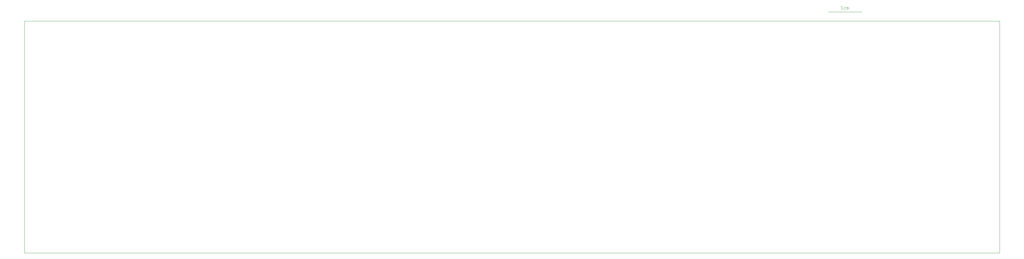
<source format=gko>
*%FSLAX23Y23*%
*%MOIN*%
G01*
D11*
X4162Y5737D02*
X15879D01*
Y8532D02*
X4162D01*
Y5737D01*
X15879D02*
Y8532D01*
D15*
X13990Y8677D02*
X13978D01*
X13984D02*
X13990D01*
X13984D02*
Y8712D01*
X13985D01*
X13984D02*
X13978Y8706D01*
X14013Y8700D02*
X14030D01*
X14013D02*
X14007Y8694D01*
Y8683D01*
X14013Y8677D01*
X14030D01*
X14042D02*
Y8700D01*
X14048D01*
X14054Y8694D01*
Y8677D01*
Y8694D01*
X14060Y8700D01*
X14065Y8694D01*
Y8677D01*
D17*
X15879Y8532D02*
Y5737D01*
X4162D02*
Y8532D01*
X13823Y8642D02*
X14223D01*
X15879Y8532D02*
X4162D01*
Y5737D02*
X15879D01*
D02*
M02*

</source>
